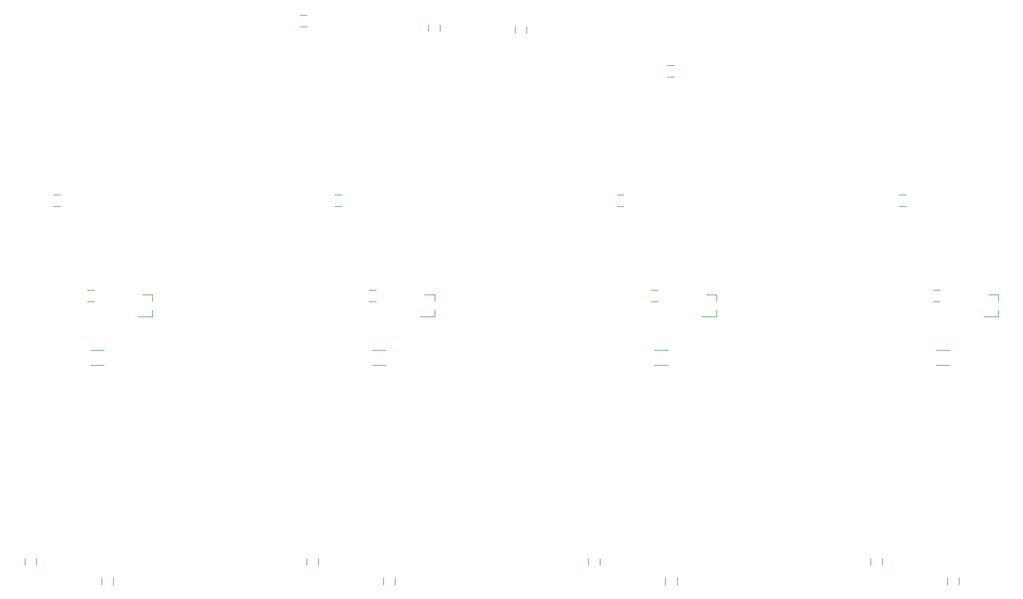
<source format=gbr>
%TF.GenerationSoftware,KiCad,Pcbnew,5.1.6*%
%TF.CreationDate,2020-07-30T12:55:36-05:00*%
%TF.ProjectId,pulsemixer_pcb,70756c73-656d-4697-9865-725f7063622e,rev?*%
%TF.SameCoordinates,Original*%
%TF.FileFunction,Legend,Bot*%
%TF.FilePolarity,Positive*%
%FSLAX46Y46*%
G04 Gerber Fmt 4.6, Leading zero omitted, Abs format (unit mm)*
G04 Created by KiCad (PCBNEW 5.1.6) date 2020-07-30 12:55:36*
%MOMM*%
%LPD*%
G01*
G04 APERTURE LIST*
%ADD10C,0.120000*%
G04 APERTURE END LIST*
D10*
%TO.C,C201*%
X101656000Y-122772000D02*
X101656000Y-123772000D01*
X99956000Y-123772000D02*
X99956000Y-122772000D01*
%TO.C,C202*%
X90388000Y-119962000D02*
X90388000Y-120962000D01*
X88688000Y-120962000D02*
X88688000Y-119962000D01*
%TO.C,C204*%
X98856000Y-82322000D02*
X97856000Y-82322000D01*
X97856000Y-80622000D02*
X98856000Y-80622000D01*
%TO.C,C203*%
X93856000Y-68322000D02*
X92856000Y-68322000D01*
X92856000Y-66622000D02*
X93856000Y-66622000D01*
%TO.C,C103*%
X162270000Y-41984000D02*
X162270000Y-42984000D01*
X160570000Y-42984000D02*
X160570000Y-41984000D01*
%TO.C,C102*%
X149570000Y-41730000D02*
X149570000Y-42730000D01*
X147870000Y-42730000D02*
X147870000Y-41730000D01*
%TO.C,C401*%
X184328000Y-122772000D02*
X184328000Y-123772000D01*
X182628000Y-123772000D02*
X182628000Y-122772000D01*
%TO.C,C402*%
X173060000Y-119962000D02*
X173060000Y-120962000D01*
X171360000Y-120962000D02*
X171360000Y-119962000D01*
%TO.C,C403*%
X176528000Y-68322000D02*
X175528000Y-68322000D01*
X175528000Y-66622000D02*
X176528000Y-66622000D01*
%TO.C,C404*%
X181528000Y-82322000D02*
X180528000Y-82322000D01*
X180528000Y-80622000D02*
X181528000Y-80622000D01*
%TO.C,C501*%
X225664000Y-122772000D02*
X225664000Y-123772000D01*
X223964000Y-123772000D02*
X223964000Y-122772000D01*
%TO.C,C502*%
X214396000Y-119962000D02*
X214396000Y-120962000D01*
X212696000Y-120962000D02*
X212696000Y-119962000D01*
%TO.C,C503*%
X217864000Y-68322000D02*
X216864000Y-68322000D01*
X216864000Y-66622000D02*
X217864000Y-66622000D01*
%TO.C,C504*%
X222864000Y-82322000D02*
X221864000Y-82322000D01*
X221864000Y-80622000D02*
X222864000Y-80622000D01*
%TO.C,C301*%
X141292000Y-123772000D02*
X141292000Y-122772000D01*
X142992000Y-122772000D02*
X142992000Y-123772000D01*
%TO.C,C302*%
X131724000Y-119962000D02*
X131724000Y-120962000D01*
X130024000Y-120962000D02*
X130024000Y-119962000D01*
%TO.C,C303*%
X134192000Y-66622000D02*
X135192000Y-66622000D01*
X135192000Y-68322000D02*
X134192000Y-68322000D01*
%TO.C,C304*%
X140192000Y-82322000D02*
X139192000Y-82322000D01*
X139192000Y-80622000D02*
X140192000Y-80622000D01*
%TO.C,C107*%
X129040000Y-40298000D02*
X130040000Y-40298000D01*
X130040000Y-41998000D02*
X129040000Y-41998000D01*
%TO.C,Q201*%
X107439949Y-81320184D02*
X105979949Y-81320184D01*
X107439949Y-84480184D02*
X105279949Y-84480184D01*
X107439949Y-84480184D02*
X107439949Y-83550184D01*
X107439949Y-81320184D02*
X107439949Y-82250184D01*
%TO.C,Q301*%
X148775949Y-81320184D02*
X147315949Y-81320184D01*
X148775949Y-84480184D02*
X146615949Y-84480184D01*
X148775949Y-84480184D02*
X148775949Y-83550184D01*
X148775949Y-81320184D02*
X148775949Y-82250184D01*
%TO.C,Q401*%
X190111949Y-81320184D02*
X190111949Y-82250184D01*
X190111949Y-84480184D02*
X190111949Y-83550184D01*
X190111949Y-84480184D02*
X187951949Y-84480184D01*
X190111949Y-81320184D02*
X188651949Y-81320184D01*
%TO.C,Q501*%
X231447949Y-81320184D02*
X231447949Y-82250184D01*
X231447949Y-84480184D02*
X231447949Y-83550184D01*
X231447949Y-84480184D02*
X229287949Y-84480184D01*
X231447949Y-81320184D02*
X229987949Y-81320184D01*
%TO.C,R208*%
X98306000Y-91590184D02*
X100306000Y-91590184D01*
X100306000Y-89450184D02*
X98306000Y-89450184D01*
%TO.C,R308*%
X141642000Y-89450184D02*
X139642000Y-89450184D01*
X139642000Y-91590184D02*
X141642000Y-91590184D01*
%TO.C,R408*%
X180978000Y-91590184D02*
X182978000Y-91590184D01*
X182978000Y-89450184D02*
X180978000Y-89450184D01*
%TO.C,R508*%
X224314000Y-89450184D02*
X222314000Y-89450184D01*
X222314000Y-91590184D02*
X224314000Y-91590184D01*
%TO.C,C108*%
X182933000Y-47681000D02*
X183933000Y-47681000D01*
X183933000Y-49381000D02*
X182933000Y-49381000D01*
%TD*%
M02*

</source>
